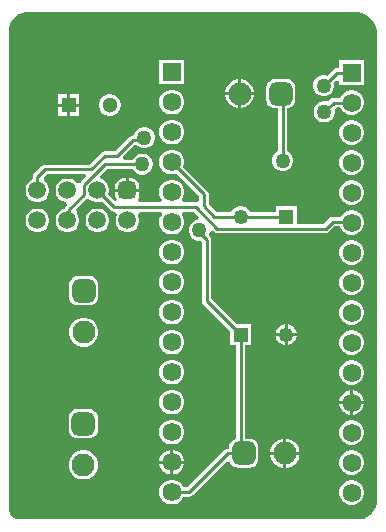
<source format=gtl>
G04*
G04 #@! TF.GenerationSoftware,Altium Limited,Altium Designer,25.5.2 (35)*
G04*
G04 Layer_Physical_Order=1*
G04 Layer_Color=255*
%FSLAX44Y44*%
%MOMM*%
G71*
G04*
G04 #@! TF.SameCoordinates,1DA6FF14-1162-4EBA-B803-9B090E078ADF*
G04*
G04*
G04 #@! TF.FilePolarity,Positive*
G04*
G01*
G75*
%ADD13C,0.2540*%
%ADD17C,1.2500*%
%ADD18R,1.2500X1.2500*%
%ADD19C,1.5900*%
%ADD20R,1.5900X1.5900*%
%ADD23C,1.3000*%
%ADD24R,1.3000X1.3000*%
%ADD26C,1.9500*%
G04:AMPARAMS|DCode=27|XSize=1.95mm|YSize=1.95mm|CornerRadius=0.4875mm|HoleSize=0mm|Usage=FLASHONLY|Rotation=180.000|XOffset=0mm|YOffset=0mm|HoleType=Round|Shape=RoundedRectangle|*
%AMROUNDEDRECTD27*
21,1,1.9500,0.9750,0,0,180.0*
21,1,0.9750,1.9500,0,0,180.0*
1,1,0.9750,-0.4875,0.4875*
1,1,0.9750,0.4875,0.4875*
1,1,0.9750,0.4875,-0.4875*
1,1,0.9750,-0.4875,-0.4875*
%
%ADD27ROUNDEDRECTD27*%
G04:AMPARAMS|DCode=28|XSize=1.95mm|YSize=1.95mm|CornerRadius=0.4875mm|HoleSize=0mm|Usage=FLASHONLY|Rotation=270.000|XOffset=0mm|YOffset=0mm|HoleType=Round|Shape=RoundedRectangle|*
%AMROUNDEDRECTD28*
21,1,1.9500,0.9750,0,0,270.0*
21,1,0.9750,1.9500,0,0,270.0*
1,1,0.9750,-0.4875,-0.4875*
1,1,0.9750,-0.4875,0.4875*
1,1,0.9750,0.4875,0.4875*
1,1,0.9750,0.4875,-0.4875*
%
%ADD28ROUNDEDRECTD28*%
G04:AMPARAMS|DCode=29|XSize=1.5mm|YSize=1.5mm|CornerRadius=0.375mm|HoleSize=0mm|Usage=FLASHONLY|Rotation=180.000|XOffset=0mm|YOffset=0mm|HoleType=Round|Shape=RoundedRectangle|*
%AMROUNDEDRECTD29*
21,1,1.5000,0.7500,0,0,180.0*
21,1,0.7500,1.5000,0,0,180.0*
1,1,0.7500,-0.3750,0.3750*
1,1,0.7500,0.3750,0.3750*
1,1,0.7500,0.3750,-0.3750*
1,1,0.7500,-0.3750,-0.3750*
%
%ADD29ROUNDEDRECTD29*%
%ADD30C,1.5000*%
%ADD31C,1.2700*%
G36*
X1473892Y980462D02*
X1473962Y980392D01*
X1474000Y980300D01*
Y980250D01*
X1475724D01*
X1479104Y979577D01*
X1482289Y978258D01*
X1485156Y976343D01*
X1487593Y973906D01*
X1489508Y971039D01*
X1490827Y967855D01*
X1491500Y964474D01*
Y962750D01*
Y566250D01*
Y564748D01*
X1490914Y561802D01*
X1489764Y559026D01*
X1488095Y556529D01*
X1485971Y554404D01*
X1483474Y552736D01*
X1480698Y551586D01*
X1477752Y551000D01*
X1187487D01*
X1185989Y551298D01*
X1184579Y551882D01*
X1183310Y552730D01*
X1182230Y553810D01*
X1181382Y555079D01*
X1180798Y556489D01*
X1180500Y557987D01*
Y558750D01*
Y965250D01*
Y966727D01*
X1181076Y969625D01*
X1182207Y972355D01*
X1183849Y974812D01*
X1185938Y976901D01*
X1188395Y978543D01*
X1191125Y979674D01*
X1194023Y980250D01*
X1195500D01*
Y980500D01*
X1473800D01*
X1473892Y980462D01*
D02*
G37*
%LPC*%
G36*
X1480990Y939740D02*
X1460010D01*
Y933135D01*
X1458250D01*
X1456763Y932839D01*
X1455503Y931997D01*
X1450070Y926564D01*
X1447920Y927140D01*
X1445580D01*
X1443319Y926534D01*
X1441291Y925364D01*
X1439636Y923709D01*
X1438466Y921681D01*
X1437860Y919420D01*
Y917080D01*
X1438466Y914819D01*
X1439636Y912791D01*
X1441291Y911136D01*
X1443319Y909966D01*
X1445580Y909360D01*
X1447920D01*
X1450181Y909966D01*
X1452209Y911136D01*
X1453864Y912791D01*
X1455034Y914819D01*
X1455640Y917080D01*
Y919420D01*
X1455275Y920781D01*
X1457470Y922976D01*
X1460010Y921924D01*
Y918760D01*
X1480990D01*
Y939740D01*
D02*
G37*
G36*
X1328740Y940140D02*
X1307760D01*
Y919160D01*
X1328740D01*
Y940140D01*
D02*
G37*
G36*
X1377118Y923790D02*
X1376770D01*
Y912770D01*
X1387790D01*
Y913118D01*
X1386953Y916244D01*
X1385334Y919046D01*
X1383046Y921335D01*
X1380244Y922952D01*
X1377118Y923790D01*
D02*
G37*
G36*
X1374230D02*
X1373882D01*
X1370756Y922952D01*
X1367954Y921335D01*
X1365666Y919046D01*
X1364048Y916244D01*
X1363210Y913118D01*
Y912770D01*
X1374230D01*
Y923790D01*
D02*
G37*
G36*
X1471881Y914340D02*
X1469119D01*
X1466451Y913625D01*
X1464059Y912244D01*
X1462106Y910291D01*
X1460725Y907899D01*
X1460681Y907735D01*
X1455100D01*
X1453613Y907439D01*
X1452353Y906597D01*
X1450176Y904420D01*
X1448420Y904890D01*
X1446080D01*
X1443819Y904284D01*
X1441791Y903114D01*
X1440136Y901459D01*
X1438966Y899431D01*
X1438360Y897170D01*
Y894830D01*
X1438966Y892569D01*
X1440136Y890541D01*
X1441791Y888886D01*
X1443819Y887716D01*
X1446080Y887110D01*
X1448420D01*
X1450681Y887716D01*
X1452709Y888886D01*
X1454364Y890541D01*
X1455534Y892569D01*
X1456140Y894830D01*
Y897170D01*
X1455992Y897722D01*
X1457830Y899965D01*
X1460681D01*
X1460725Y899801D01*
X1462106Y897409D01*
X1464059Y895456D01*
X1466451Y894075D01*
X1469119Y893360D01*
X1471881D01*
X1474549Y894075D01*
X1476941Y895456D01*
X1478894Y897409D01*
X1480275Y899801D01*
X1480990Y902469D01*
Y905231D01*
X1480275Y907899D01*
X1478894Y910291D01*
X1476941Y912244D01*
X1474549Y913625D01*
X1471881Y914340D01*
D02*
G37*
G36*
X1239790Y910790D02*
X1232020D01*
Y903020D01*
X1239790D01*
Y910790D01*
D02*
G37*
G36*
X1229480D02*
X1221710D01*
Y903020D01*
X1229480D01*
Y910790D01*
D02*
G37*
G36*
X1387790Y910230D02*
X1376770D01*
Y899210D01*
X1377118D01*
X1380244Y900048D01*
X1383046Y901666D01*
X1385334Y903954D01*
X1386953Y906756D01*
X1387790Y909882D01*
Y910230D01*
D02*
G37*
G36*
X1374230D02*
X1363210D01*
Y909882D01*
X1364048Y906756D01*
X1365666Y903954D01*
X1367954Y901666D01*
X1370756Y900048D01*
X1373882Y899210D01*
X1374230D01*
Y910230D01*
D02*
G37*
G36*
X1319631Y914740D02*
X1316869D01*
X1314201Y914025D01*
X1311809Y912644D01*
X1309856Y910691D01*
X1308475Y908299D01*
X1307760Y905631D01*
Y902869D01*
X1308475Y900201D01*
X1309856Y897809D01*
X1311809Y895856D01*
X1314201Y894475D01*
X1316869Y893760D01*
X1319631D01*
X1322299Y894475D01*
X1324691Y895856D01*
X1326644Y897809D01*
X1328025Y900201D01*
X1328740Y902869D01*
Y905631D01*
X1328025Y908299D01*
X1326644Y910691D01*
X1324691Y912644D01*
X1322299Y914025D01*
X1319631Y914740D01*
D02*
G37*
G36*
X1266940Y910790D02*
X1264560D01*
X1262261Y910174D01*
X1260199Y908984D01*
X1258516Y907301D01*
X1257326Y905239D01*
X1256710Y902940D01*
Y900560D01*
X1257326Y898261D01*
X1258516Y896199D01*
X1260199Y894516D01*
X1262261Y893326D01*
X1264560Y892710D01*
X1266940D01*
X1269239Y893326D01*
X1271301Y894516D01*
X1272984Y896199D01*
X1274174Y898261D01*
X1274790Y900560D01*
Y902940D01*
X1274174Y905239D01*
X1272984Y907301D01*
X1271301Y908984D01*
X1269239Y910174D01*
X1266940Y910790D01*
D02*
G37*
G36*
X1239790Y900480D02*
X1232020D01*
Y892710D01*
X1239790D01*
Y900480D01*
D02*
G37*
G36*
X1229480D02*
X1221710D01*
Y892710D01*
X1229480D01*
Y900480D01*
D02*
G37*
G36*
X1319631Y889340D02*
X1316869D01*
X1314201Y888625D01*
X1311809Y887244D01*
X1309856Y885291D01*
X1308475Y882899D01*
X1307760Y880231D01*
Y877469D01*
X1308475Y874801D01*
X1309856Y872409D01*
X1311809Y870456D01*
X1314201Y869075D01*
X1316869Y868360D01*
X1319631D01*
X1322299Y869075D01*
X1324691Y870456D01*
X1326644Y872409D01*
X1328025Y874801D01*
X1328740Y877469D01*
Y880231D01*
X1328025Y882899D01*
X1326644Y885291D01*
X1324691Y887244D01*
X1322299Y888625D01*
X1319631Y889340D01*
D02*
G37*
G36*
X1471881Y888940D02*
X1469119D01*
X1466451Y888225D01*
X1464059Y886844D01*
X1462106Y884891D01*
X1460725Y882499D01*
X1460010Y879831D01*
Y877069D01*
X1460725Y874401D01*
X1462106Y872009D01*
X1464059Y870056D01*
X1466451Y868675D01*
X1469119Y867960D01*
X1471881D01*
X1474549Y868675D01*
X1476941Y870056D01*
X1478894Y872009D01*
X1480275Y874401D01*
X1480990Y877069D01*
Y879831D01*
X1480275Y882499D01*
X1478894Y884891D01*
X1476941Y886844D01*
X1474549Y888225D01*
X1471881Y888940D01*
D02*
G37*
G36*
X1296170Y883140D02*
X1293830D01*
X1291569Y882534D01*
X1289541Y881364D01*
X1287886Y879709D01*
X1286716Y877681D01*
X1286316Y876191D01*
X1285556D01*
X1284069Y875895D01*
X1282809Y875053D01*
X1270391Y862635D01*
X1261250D01*
X1259763Y862339D01*
X1258503Y861497D01*
X1248391Y851385D01*
X1210750D01*
X1209263Y851089D01*
X1208003Y850247D01*
X1201653Y843897D01*
X1200811Y842637D01*
X1200515Y841150D01*
Y838800D01*
X1198235Y837484D01*
X1196366Y835615D01*
X1195044Y833325D01*
X1194360Y830772D01*
Y828128D01*
X1195044Y825575D01*
X1196366Y823285D01*
X1198235Y821416D01*
X1200525Y820094D01*
X1203078Y819410D01*
X1205722D01*
X1208275Y820094D01*
X1210565Y821416D01*
X1212434Y823285D01*
X1213756Y825575D01*
X1214440Y828128D01*
Y830772D01*
X1213756Y833325D01*
X1212434Y835615D01*
X1210565Y837484D01*
X1210092Y837757D01*
X1209675Y840931D01*
X1212359Y843615D01*
X1244558D01*
X1245530Y841269D01*
X1241143Y836882D01*
X1240549Y835992D01*
X1238780Y835679D01*
X1237730Y835718D01*
X1235965Y837484D01*
X1233675Y838806D01*
X1231122Y839490D01*
X1228478D01*
X1225925Y838806D01*
X1223635Y837484D01*
X1221766Y835615D01*
X1220444Y833325D01*
X1219760Y830772D01*
Y828128D01*
X1220444Y825575D01*
X1221766Y823285D01*
X1223635Y821416D01*
X1225925Y820094D01*
X1228357Y819443D01*
X1228621Y819007D01*
X1229376Y816870D01*
X1228635Y816129D01*
X1227793Y814869D01*
X1227591Y813852D01*
X1225925Y813406D01*
X1223635Y812084D01*
X1221766Y810215D01*
X1220444Y807925D01*
X1219760Y805372D01*
Y802728D01*
X1220444Y800175D01*
X1221766Y797885D01*
X1223635Y796016D01*
X1225925Y794694D01*
X1228478Y794010D01*
X1231122D01*
X1233675Y794694D01*
X1235965Y796016D01*
X1237834Y797885D01*
X1239156Y800175D01*
X1239840Y802728D01*
Y805372D01*
X1239156Y807925D01*
X1237834Y810215D01*
X1237567Y810481D01*
X1237487Y813993D01*
X1245273Y821780D01*
X1246826Y823015D01*
X1248731Y821720D01*
X1249035Y821416D01*
X1251325Y820094D01*
X1253878Y819410D01*
X1256522D01*
X1259065Y820091D01*
X1266543Y812613D01*
X1267803Y811771D01*
X1269290Y811475D01*
X1270361D01*
X1271827Y808935D01*
X1271244Y807925D01*
X1270560Y805372D01*
Y802728D01*
X1271244Y800175D01*
X1272566Y797885D01*
X1274435Y796016D01*
X1276725Y794694D01*
X1279278Y794010D01*
X1281922D01*
X1284475Y794694D01*
X1286765Y796016D01*
X1288634Y797885D01*
X1289956Y800175D01*
X1290640Y802728D01*
Y805372D01*
X1289956Y807925D01*
X1289373Y808935D01*
X1290839Y811475D01*
X1308648D01*
X1309590Y809617D01*
X1309766Y808935D01*
X1308475Y806699D01*
X1307760Y804031D01*
Y801269D01*
X1308475Y798601D01*
X1309856Y796209D01*
X1311809Y794256D01*
X1314201Y792875D01*
X1316869Y792160D01*
X1319631D01*
X1322299Y792875D01*
X1324691Y794256D01*
X1326644Y796209D01*
X1328025Y798601D01*
X1328740Y801269D01*
Y804031D01*
X1328025Y806699D01*
X1326734Y808935D01*
X1326910Y809617D01*
X1327852Y811475D01*
X1337051D01*
X1341346Y807180D01*
X1340330Y804640D01*
X1338069Y804034D01*
X1336041Y802864D01*
X1334386Y801209D01*
X1333216Y799181D01*
X1332610Y796920D01*
Y794580D01*
X1333216Y792319D01*
X1334386Y790291D01*
X1336041Y788636D01*
X1338069Y787466D01*
X1340330Y786860D01*
X1342670D01*
X1343865Y784678D01*
Y736000D01*
X1344161Y734513D01*
X1345003Y733253D01*
X1367710Y710546D01*
Y698460D01*
X1372615D01*
Y619155D01*
X1372189Y619099D01*
X1370385Y618352D01*
X1368837Y617163D01*
X1367648Y615615D01*
X1366901Y613811D01*
X1366646Y611875D01*
Y610635D01*
X1365750D01*
X1364263Y610339D01*
X1363003Y609497D01*
X1331441Y577935D01*
X1328069D01*
X1328025Y578099D01*
X1326644Y580491D01*
X1324691Y582444D01*
X1322299Y583825D01*
X1319631Y584540D01*
X1316869D01*
X1314201Y583825D01*
X1311809Y582444D01*
X1309856Y580491D01*
X1308475Y578099D01*
X1307760Y575431D01*
Y572669D01*
X1308475Y570001D01*
X1309856Y567609D01*
X1311809Y565656D01*
X1314201Y564275D01*
X1316869Y563560D01*
X1319631D01*
X1322299Y564275D01*
X1324691Y565656D01*
X1326644Y567609D01*
X1328025Y570001D01*
X1328069Y570165D01*
X1333050D01*
X1334537Y570461D01*
X1335797Y571303D01*
X1364379Y599885D01*
X1364915Y599950D01*
X1367303Y599217D01*
X1367648Y598386D01*
X1368837Y596837D01*
X1370385Y595648D01*
X1372189Y594901D01*
X1374125Y594646D01*
X1383875D01*
X1385811Y594901D01*
X1387614Y595648D01*
X1389163Y596837D01*
X1390352Y598386D01*
X1391099Y600189D01*
X1391354Y602125D01*
Y611875D01*
X1391099Y613811D01*
X1390352Y615615D01*
X1389163Y617163D01*
X1387614Y618352D01*
X1385811Y619099D01*
X1383875Y619354D01*
X1380385D01*
Y698460D01*
X1385290D01*
Y716040D01*
X1373204D01*
X1351635Y737609D01*
Y787632D01*
X1351339Y789118D01*
X1350497Y790378D01*
X1349335Y791540D01*
X1349784Y792319D01*
X1350390Y794580D01*
X1352930Y795596D01*
X1354083Y794443D01*
X1355343Y793601D01*
X1356830Y793305D01*
X1448440D01*
X1449927Y793601D01*
X1451187Y794443D01*
X1455859Y799115D01*
X1460480D01*
X1460725Y798201D01*
X1462106Y795809D01*
X1464059Y793856D01*
X1466451Y792475D01*
X1469119Y791760D01*
X1471881D01*
X1474549Y792475D01*
X1476941Y793856D01*
X1478894Y795809D01*
X1480275Y798201D01*
X1480990Y800869D01*
Y803631D01*
X1480275Y806299D01*
X1478894Y808691D01*
X1476941Y810644D01*
X1474549Y812025D01*
X1471881Y812740D01*
X1469119D01*
X1466451Y812025D01*
X1464059Y810644D01*
X1462106Y808691D01*
X1461063Y806885D01*
X1454250D01*
X1452763Y806589D01*
X1451503Y805747D01*
X1446831Y801075D01*
X1423790D01*
Y816040D01*
X1406210D01*
Y811135D01*
X1384407D01*
X1383534Y812647D01*
X1381897Y814284D01*
X1379893Y815441D01*
X1377657Y816040D01*
X1375343D01*
X1373107Y815441D01*
X1371103Y814284D01*
X1369466Y812647D01*
X1368593Y811135D01*
X1355859D01*
X1349335Y817659D01*
Y826250D01*
X1349039Y827737D01*
X1348197Y828997D01*
X1327940Y849254D01*
X1328025Y849401D01*
X1328740Y852069D01*
Y854831D01*
X1328025Y857499D01*
X1326644Y859891D01*
X1324691Y861844D01*
X1322299Y863225D01*
X1319631Y863940D01*
X1316869D01*
X1314201Y863225D01*
X1311809Y861844D01*
X1309856Y859891D01*
X1308475Y857499D01*
X1307760Y854831D01*
Y852069D01*
X1308475Y849401D01*
X1309856Y847009D01*
X1311809Y845056D01*
X1314201Y843675D01*
X1316869Y842960D01*
X1319631D01*
X1322299Y843675D01*
X1322446Y843760D01*
X1341565Y824641D01*
Y821056D01*
X1341287Y820642D01*
X1339025Y819172D01*
X1338660Y819245D01*
X1327872D01*
X1326946Y821028D01*
X1326745Y821785D01*
X1328025Y824001D01*
X1328740Y826669D01*
Y829431D01*
X1328025Y832099D01*
X1326644Y834491D01*
X1324691Y836444D01*
X1322299Y837825D01*
X1319631Y838540D01*
X1316869D01*
X1314201Y837825D01*
X1311809Y836444D01*
X1309856Y834491D01*
X1308475Y832099D01*
X1307760Y829431D01*
Y826669D01*
X1308475Y824001D01*
X1309754Y821785D01*
X1309554Y821028D01*
X1308628Y819245D01*
X1290424D01*
X1290073Y819682D01*
X1289299Y821785D01*
X1290275Y823246D01*
X1290763Y825700D01*
Y828180D01*
X1280600D01*
X1270437D01*
Y825700D01*
X1270925Y823246D01*
X1271801Y821935D01*
X1269828Y820316D01*
X1264559Y825585D01*
X1265240Y828128D01*
Y830772D01*
X1264556Y833325D01*
X1263234Y835615D01*
X1261365Y837484D01*
X1259075Y838806D01*
X1257949Y839108D01*
X1257190Y841941D01*
X1263114Y847865D01*
X1285228D01*
X1286136Y846291D01*
X1287791Y844636D01*
X1289819Y843466D01*
X1292080Y842860D01*
X1294420D01*
X1296681Y843466D01*
X1298709Y844636D01*
X1300364Y846291D01*
X1301534Y848319D01*
X1302140Y850580D01*
Y852920D01*
X1301534Y855181D01*
X1300364Y857209D01*
X1298709Y858864D01*
X1296681Y860034D01*
X1294420Y860640D01*
X1292080D01*
X1289819Y860034D01*
X1287791Y858864D01*
X1286136Y857209D01*
X1285228Y855635D01*
X1277971D01*
X1276918Y858175D01*
X1287165Y868421D01*
X1288256D01*
X1289541Y867136D01*
X1291569Y865966D01*
X1293830Y865360D01*
X1296170D01*
X1298431Y865966D01*
X1300459Y867136D01*
X1302114Y868791D01*
X1303284Y870819D01*
X1303890Y873080D01*
Y875420D01*
X1303284Y877681D01*
X1302114Y879709D01*
X1300459Y881364D01*
X1298431Y882534D01*
X1296170Y883140D01*
D02*
G37*
G36*
X1415375Y923854D02*
X1405625D01*
X1403689Y923599D01*
X1401886Y922852D01*
X1400337Y921663D01*
X1399148Y920115D01*
X1398401Y918311D01*
X1398146Y916375D01*
Y906625D01*
X1398401Y904689D01*
X1399148Y902886D01*
X1400337Y901337D01*
X1401886Y900148D01*
X1403689Y899401D01*
X1405625Y899146D01*
X1408115D01*
Y862773D01*
X1406541Y861864D01*
X1404886Y860209D01*
X1403716Y858181D01*
X1403110Y855920D01*
Y853580D01*
X1403716Y851319D01*
X1404886Y849291D01*
X1406541Y847636D01*
X1408569Y846466D01*
X1410830Y845860D01*
X1413170D01*
X1415431Y846466D01*
X1417459Y847636D01*
X1419114Y849291D01*
X1420284Y851319D01*
X1420890Y853580D01*
Y855920D01*
X1420284Y858181D01*
X1419114Y860209D01*
X1417459Y861864D01*
X1415885Y862773D01*
Y899213D01*
X1417311Y899401D01*
X1419115Y900148D01*
X1420663Y901337D01*
X1421852Y902886D01*
X1422599Y904689D01*
X1422854Y906625D01*
Y916375D01*
X1422599Y918311D01*
X1421852Y920115D01*
X1420663Y921663D01*
X1419115Y922852D01*
X1417311Y923599D01*
X1415375Y923854D01*
D02*
G37*
G36*
X1471881Y863540D02*
X1469119D01*
X1466451Y862825D01*
X1464059Y861444D01*
X1462106Y859491D01*
X1460725Y857099D01*
X1460010Y854431D01*
Y851669D01*
X1460725Y849001D01*
X1462106Y846609D01*
X1464059Y844656D01*
X1466451Y843275D01*
X1469119Y842560D01*
X1471881D01*
X1474549Y843275D01*
X1476941Y844656D01*
X1478894Y846609D01*
X1480275Y849001D01*
X1480990Y851669D01*
Y854431D01*
X1480275Y857099D01*
X1478894Y859491D01*
X1476941Y861444D01*
X1474549Y862825D01*
X1471881Y863540D01*
D02*
G37*
G36*
X1284350Y839613D02*
X1281870D01*
Y830720D01*
X1290763D01*
Y833200D01*
X1290275Y835654D01*
X1288885Y837735D01*
X1286804Y839125D01*
X1284350Y839613D01*
D02*
G37*
G36*
X1279330D02*
X1276850D01*
X1274396Y839125D01*
X1272315Y837735D01*
X1270925Y835654D01*
X1270437Y833200D01*
Y830720D01*
X1279330D01*
Y839613D01*
D02*
G37*
G36*
X1471881Y838140D02*
X1469119D01*
X1466451Y837425D01*
X1464059Y836044D01*
X1462106Y834091D01*
X1460725Y831699D01*
X1460010Y829031D01*
Y826269D01*
X1460725Y823601D01*
X1462106Y821209D01*
X1464059Y819256D01*
X1466451Y817875D01*
X1469119Y817160D01*
X1471881D01*
X1474549Y817875D01*
X1476941Y819256D01*
X1478894Y821209D01*
X1480275Y823601D01*
X1480990Y826269D01*
Y829031D01*
X1480275Y831699D01*
X1478894Y834091D01*
X1476941Y836044D01*
X1474549Y837425D01*
X1471881Y838140D01*
D02*
G37*
G36*
X1256522Y814090D02*
X1253878D01*
X1251325Y813406D01*
X1249035Y812084D01*
X1247166Y810215D01*
X1245844Y807925D01*
X1245160Y805372D01*
Y802728D01*
X1245844Y800175D01*
X1247166Y797885D01*
X1249035Y796016D01*
X1251325Y794694D01*
X1253878Y794010D01*
X1256522D01*
X1259075Y794694D01*
X1261365Y796016D01*
X1263234Y797885D01*
X1264556Y800175D01*
X1265240Y802728D01*
Y805372D01*
X1264556Y807925D01*
X1263234Y810215D01*
X1261365Y812084D01*
X1259075Y813406D01*
X1256522Y814090D01*
D02*
G37*
G36*
X1205722D02*
X1203078D01*
X1200525Y813406D01*
X1198235Y812084D01*
X1196366Y810215D01*
X1195044Y807925D01*
X1194360Y805372D01*
Y802728D01*
X1195044Y800175D01*
X1196366Y797885D01*
X1198235Y796016D01*
X1200525Y794694D01*
X1203078Y794010D01*
X1205722D01*
X1208275Y794694D01*
X1210565Y796016D01*
X1212434Y797885D01*
X1213756Y800175D01*
X1214440Y802728D01*
Y805372D01*
X1213756Y807925D01*
X1212434Y810215D01*
X1210565Y812084D01*
X1208275Y813406D01*
X1205722Y814090D01*
D02*
G37*
G36*
X1319631Y787740D02*
X1316869D01*
X1314201Y787025D01*
X1311809Y785644D01*
X1309856Y783691D01*
X1308475Y781299D01*
X1307760Y778631D01*
Y775869D01*
X1308475Y773201D01*
X1309856Y770809D01*
X1311809Y768856D01*
X1314201Y767475D01*
X1316869Y766760D01*
X1319631D01*
X1322299Y767475D01*
X1324691Y768856D01*
X1326644Y770809D01*
X1328025Y773201D01*
X1328740Y775869D01*
Y778631D01*
X1328025Y781299D01*
X1326644Y783691D01*
X1324691Y785644D01*
X1322299Y787025D01*
X1319631Y787740D01*
D02*
G37*
G36*
X1471881Y787340D02*
X1469119D01*
X1466451Y786625D01*
X1464059Y785244D01*
X1462106Y783291D01*
X1460725Y780899D01*
X1460010Y778231D01*
Y775469D01*
X1460725Y772801D01*
X1462106Y770409D01*
X1464059Y768456D01*
X1466451Y767075D01*
X1469119Y766360D01*
X1471881D01*
X1474549Y767075D01*
X1476941Y768456D01*
X1478894Y770409D01*
X1480275Y772801D01*
X1480990Y775469D01*
Y778231D01*
X1480275Y780899D01*
X1478894Y783291D01*
X1476941Y785244D01*
X1474549Y786625D01*
X1471881Y787340D01*
D02*
G37*
G36*
X1319631Y762340D02*
X1316869D01*
X1314201Y761625D01*
X1311809Y760244D01*
X1309856Y758291D01*
X1308475Y755899D01*
X1307760Y753231D01*
Y750469D01*
X1308475Y747801D01*
X1309856Y745409D01*
X1311809Y743456D01*
X1314201Y742075D01*
X1316869Y741360D01*
X1319631D01*
X1322299Y742075D01*
X1324691Y743456D01*
X1326644Y745409D01*
X1328025Y747801D01*
X1328740Y750469D01*
Y753231D01*
X1328025Y755899D01*
X1326644Y758291D01*
X1324691Y760244D01*
X1322299Y761625D01*
X1319631Y762340D01*
D02*
G37*
G36*
X1471881Y761940D02*
X1469119D01*
X1466451Y761225D01*
X1464059Y759844D01*
X1462106Y757891D01*
X1460725Y755499D01*
X1460010Y752831D01*
Y750069D01*
X1460725Y747401D01*
X1462106Y745009D01*
X1464059Y743056D01*
X1466451Y741675D01*
X1469119Y740960D01*
X1471881D01*
X1474549Y741675D01*
X1476941Y743056D01*
X1478894Y745009D01*
X1480275Y747401D01*
X1480990Y750069D01*
Y752831D01*
X1480275Y755499D01*
X1478894Y757891D01*
X1476941Y759844D01*
X1474549Y761225D01*
X1471881Y761940D01*
D02*
G37*
G36*
X1248375Y756854D02*
X1238625D01*
X1236689Y756599D01*
X1234885Y755852D01*
X1233337Y754663D01*
X1232148Y753114D01*
X1231401Y751311D01*
X1231146Y749375D01*
Y739625D01*
X1231401Y737689D01*
X1232148Y735885D01*
X1233337Y734337D01*
X1234885Y733148D01*
X1236689Y732401D01*
X1238625Y732146D01*
X1248375D01*
X1250311Y732401D01*
X1252114Y733148D01*
X1253663Y734337D01*
X1254852Y735885D01*
X1255599Y737689D01*
X1255854Y739625D01*
Y749375D01*
X1255599Y751311D01*
X1254852Y753114D01*
X1253663Y754663D01*
X1252114Y755852D01*
X1250311Y756599D01*
X1248375Y756854D01*
D02*
G37*
G36*
X1319631Y736940D02*
X1316869D01*
X1314201Y736225D01*
X1311809Y734844D01*
X1309856Y732891D01*
X1308475Y730499D01*
X1307760Y727831D01*
Y725069D01*
X1308475Y722401D01*
X1309856Y720009D01*
X1311809Y718056D01*
X1314201Y716675D01*
X1316869Y715960D01*
X1319631D01*
X1322299Y716675D01*
X1324691Y718056D01*
X1326644Y720009D01*
X1328025Y722401D01*
X1328740Y725069D01*
Y727831D01*
X1328025Y730499D01*
X1326644Y732891D01*
X1324691Y734844D01*
X1322299Y736225D01*
X1319631Y736940D01*
D02*
G37*
G36*
X1471881Y736540D02*
X1469119D01*
X1466451Y735825D01*
X1464059Y734444D01*
X1462106Y732491D01*
X1460725Y730099D01*
X1460010Y727431D01*
Y724669D01*
X1460725Y722001D01*
X1462106Y719609D01*
X1464059Y717656D01*
X1466451Y716275D01*
X1469119Y715560D01*
X1471881D01*
X1474549Y716275D01*
X1476941Y717656D01*
X1478894Y719609D01*
X1480275Y722001D01*
X1480990Y724669D01*
Y727431D01*
X1480275Y730099D01*
X1478894Y732491D01*
X1476941Y734444D01*
X1474549Y735825D01*
X1471881Y736540D01*
D02*
G37*
G36*
X1416270Y716010D02*
Y708520D01*
X1423760D01*
X1423191Y710643D01*
X1422034Y712647D01*
X1420397Y714284D01*
X1418393Y715441D01*
X1416270Y716010D01*
D02*
G37*
G36*
X1413730Y716010D02*
X1411607Y715441D01*
X1409603Y714284D01*
X1407966Y712647D01*
X1406809Y710643D01*
X1406240Y708520D01*
X1413730D01*
Y716010D01*
D02*
G37*
G36*
Y705980D02*
X1406240D01*
X1406809Y703857D01*
X1407966Y701853D01*
X1409603Y700216D01*
X1411607Y699059D01*
X1413730Y698490D01*
Y705980D01*
D02*
G37*
G36*
X1423760D02*
X1416270D01*
Y698490D01*
X1418393Y699059D01*
X1420397Y700216D01*
X1422034Y701853D01*
X1423191Y703857D01*
X1423760Y705980D01*
D02*
G37*
G36*
X1245118Y721790D02*
X1241882D01*
X1238756Y720953D01*
X1235954Y719334D01*
X1233666Y717046D01*
X1232048Y714244D01*
X1231210Y711118D01*
Y707882D01*
X1232048Y704756D01*
X1233666Y701954D01*
X1235954Y699666D01*
X1238756Y698047D01*
X1241882Y697210D01*
X1245118D01*
X1248244Y698047D01*
X1251046Y699666D01*
X1253335Y701954D01*
X1254952Y704756D01*
X1255790Y707882D01*
Y711118D01*
X1254952Y714244D01*
X1253335Y717046D01*
X1251046Y719334D01*
X1248244Y720953D01*
X1245118Y721790D01*
D02*
G37*
G36*
X1319631Y711540D02*
X1316869D01*
X1314201Y710825D01*
X1311809Y709444D01*
X1309856Y707491D01*
X1308475Y705099D01*
X1307760Y702431D01*
Y699669D01*
X1308475Y697001D01*
X1309856Y694609D01*
X1311809Y692656D01*
X1314201Y691275D01*
X1316869Y690560D01*
X1319631D01*
X1322299Y691275D01*
X1324691Y692656D01*
X1326644Y694609D01*
X1328025Y697001D01*
X1328740Y699669D01*
Y702431D01*
X1328025Y705099D01*
X1326644Y707491D01*
X1324691Y709444D01*
X1322299Y710825D01*
X1319631Y711540D01*
D02*
G37*
G36*
X1471881Y711140D02*
X1469119D01*
X1466451Y710425D01*
X1464059Y709044D01*
X1462106Y707091D01*
X1460725Y704699D01*
X1460010Y702031D01*
Y699269D01*
X1460725Y696601D01*
X1462106Y694209D01*
X1464059Y692256D01*
X1466451Y690875D01*
X1469119Y690160D01*
X1471881D01*
X1474549Y690875D01*
X1476941Y692256D01*
X1478894Y694209D01*
X1480275Y696601D01*
X1480990Y699269D01*
Y702031D01*
X1480275Y704699D01*
X1478894Y707091D01*
X1476941Y709044D01*
X1474549Y710425D01*
X1471881Y711140D01*
D02*
G37*
G36*
X1319631Y686140D02*
X1316869D01*
X1314201Y685425D01*
X1311809Y684044D01*
X1309856Y682091D01*
X1308475Y679699D01*
X1307760Y677031D01*
Y674269D01*
X1308475Y671601D01*
X1309856Y669209D01*
X1311809Y667256D01*
X1314201Y665875D01*
X1316869Y665160D01*
X1319631D01*
X1322299Y665875D01*
X1324691Y667256D01*
X1326644Y669209D01*
X1328025Y671601D01*
X1328740Y674269D01*
Y677031D01*
X1328025Y679699D01*
X1326644Y682091D01*
X1324691Y684044D01*
X1322299Y685425D01*
X1319631Y686140D01*
D02*
G37*
G36*
X1471881Y685740D02*
X1469119D01*
X1466451Y685025D01*
X1464059Y683644D01*
X1462106Y681691D01*
X1460725Y679299D01*
X1460010Y676631D01*
Y673869D01*
X1460725Y671201D01*
X1462106Y668809D01*
X1464059Y666856D01*
X1466451Y665475D01*
X1469119Y664760D01*
X1471881D01*
X1474549Y665475D01*
X1476941Y666856D01*
X1478894Y668809D01*
X1480275Y671201D01*
X1480990Y673869D01*
Y676631D01*
X1480275Y679299D01*
X1478894Y681691D01*
X1476941Y683644D01*
X1474549Y685025D01*
X1471881Y685740D01*
D02*
G37*
G36*
Y660340D02*
X1471770D01*
Y651120D01*
X1480990D01*
Y651231D01*
X1480275Y653899D01*
X1478894Y656291D01*
X1476941Y658244D01*
X1474549Y659625D01*
X1471881Y660340D01*
D02*
G37*
G36*
X1469230D02*
X1469119D01*
X1466451Y659625D01*
X1464059Y658244D01*
X1462106Y656291D01*
X1460725Y653899D01*
X1460010Y651231D01*
Y651120D01*
X1469230D01*
Y660340D01*
D02*
G37*
G36*
X1319631Y660740D02*
X1316869D01*
X1314201Y660025D01*
X1311809Y658644D01*
X1309856Y656691D01*
X1308475Y654299D01*
X1307760Y651631D01*
Y648869D01*
X1308475Y646201D01*
X1309856Y643809D01*
X1311809Y641856D01*
X1314201Y640475D01*
X1316869Y639760D01*
X1319631D01*
X1322299Y640475D01*
X1324691Y641856D01*
X1326644Y643809D01*
X1328025Y646201D01*
X1328740Y648869D01*
Y651631D01*
X1328025Y654299D01*
X1326644Y656691D01*
X1324691Y658644D01*
X1322299Y660025D01*
X1319631Y660740D01*
D02*
G37*
G36*
X1480990Y648580D02*
X1471770D01*
Y639360D01*
X1471881D01*
X1474549Y640075D01*
X1476941Y641456D01*
X1478894Y643409D01*
X1480275Y645801D01*
X1480990Y648469D01*
Y648580D01*
D02*
G37*
G36*
X1469230D02*
X1460010D01*
Y648469D01*
X1460725Y645801D01*
X1462106Y643409D01*
X1464059Y641456D01*
X1466451Y640075D01*
X1469119Y639360D01*
X1469230D01*
Y648580D01*
D02*
G37*
G36*
X1248125Y644354D02*
X1238375D01*
X1236439Y644099D01*
X1234635Y643352D01*
X1233087Y642163D01*
X1231898Y640614D01*
X1231151Y638811D01*
X1230896Y636875D01*
Y627125D01*
X1231151Y625189D01*
X1231898Y623386D01*
X1233087Y621837D01*
X1234635Y620648D01*
X1236439Y619901D01*
X1238375Y619646D01*
X1248125D01*
X1250061Y619901D01*
X1251864Y620648D01*
X1253413Y621837D01*
X1254602Y623386D01*
X1255349Y625189D01*
X1255604Y627125D01*
Y636875D01*
X1255349Y638811D01*
X1254602Y640614D01*
X1253413Y642163D01*
X1251864Y643352D01*
X1250061Y644099D01*
X1248125Y644354D01*
D02*
G37*
G36*
X1319631Y635340D02*
X1316869D01*
X1314201Y634625D01*
X1311809Y633244D01*
X1309856Y631291D01*
X1308475Y628899D01*
X1307760Y626231D01*
Y623469D01*
X1308475Y620801D01*
X1309856Y618409D01*
X1311809Y616456D01*
X1314201Y615075D01*
X1316869Y614360D01*
X1319631D01*
X1322299Y615075D01*
X1324691Y616456D01*
X1326644Y618409D01*
X1328025Y620801D01*
X1328740Y623469D01*
Y626231D01*
X1328025Y628899D01*
X1326644Y631291D01*
X1324691Y633244D01*
X1322299Y634625D01*
X1319631Y635340D01*
D02*
G37*
G36*
X1471881Y634940D02*
X1469119D01*
X1466451Y634225D01*
X1464059Y632844D01*
X1462106Y630891D01*
X1460725Y628499D01*
X1460010Y625831D01*
Y623069D01*
X1460725Y620401D01*
X1462106Y618009D01*
X1464059Y616056D01*
X1466451Y614675D01*
X1469119Y613960D01*
X1471881D01*
X1474549Y614675D01*
X1476941Y616056D01*
X1478894Y618009D01*
X1480275Y620401D01*
X1480990Y623069D01*
Y625831D01*
X1480275Y628499D01*
X1478894Y630891D01*
X1476941Y632844D01*
X1474549Y634225D01*
X1471881Y634940D01*
D02*
G37*
G36*
X1415618Y619290D02*
X1415270D01*
Y608270D01*
X1426290D01*
Y608618D01*
X1425452Y611744D01*
X1423834Y614546D01*
X1421546Y616834D01*
X1418744Y618452D01*
X1415618Y619290D01*
D02*
G37*
G36*
X1412730D02*
X1412382D01*
X1409256Y618452D01*
X1406454Y616834D01*
X1404165Y614546D01*
X1402547Y611744D01*
X1401710Y608618D01*
Y608270D01*
X1412730D01*
Y619290D01*
D02*
G37*
G36*
X1319631Y609940D02*
X1319520D01*
Y600720D01*
X1328740D01*
Y600831D01*
X1328025Y603499D01*
X1326644Y605891D01*
X1324691Y607844D01*
X1322299Y609225D01*
X1319631Y609940D01*
D02*
G37*
G36*
X1316980D02*
X1316869D01*
X1314201Y609225D01*
X1311809Y607844D01*
X1309856Y605891D01*
X1308475Y603499D01*
X1307760Y600831D01*
Y600720D01*
X1316980D01*
Y609940D01*
D02*
G37*
G36*
X1426290Y605730D02*
X1415270D01*
Y594710D01*
X1415618D01*
X1418744Y595548D01*
X1421546Y597166D01*
X1423834Y599454D01*
X1425452Y602256D01*
X1426290Y605382D01*
Y605730D01*
D02*
G37*
G36*
X1412730D02*
X1401710D01*
Y605382D01*
X1402547Y602256D01*
X1404165Y599454D01*
X1406454Y597166D01*
X1409256Y595548D01*
X1412382Y594710D01*
X1412730D01*
Y605730D01*
D02*
G37*
G36*
X1328740Y598180D02*
X1319520D01*
Y588960D01*
X1319631D01*
X1322299Y589675D01*
X1324691Y591056D01*
X1326644Y593009D01*
X1328025Y595401D01*
X1328740Y598069D01*
Y598180D01*
D02*
G37*
G36*
X1316980D02*
X1307760D01*
Y598069D01*
X1308475Y595401D01*
X1309856Y593009D01*
X1311809Y591056D01*
X1314201Y589675D01*
X1316869Y588960D01*
X1316980D01*
Y598180D01*
D02*
G37*
G36*
X1471881Y609540D02*
X1469119D01*
X1466451Y608825D01*
X1464059Y607444D01*
X1462106Y605491D01*
X1460725Y603099D01*
X1460010Y600431D01*
Y597669D01*
X1460725Y595001D01*
X1462106Y592609D01*
X1464059Y590656D01*
X1466451Y589275D01*
X1469119Y588560D01*
X1471881D01*
X1474549Y589275D01*
X1476941Y590656D01*
X1478894Y592609D01*
X1480275Y595001D01*
X1480990Y597669D01*
Y600431D01*
X1480275Y603099D01*
X1478894Y605491D01*
X1476941Y607444D01*
X1474549Y608825D01*
X1471881Y609540D01*
D02*
G37*
G36*
X1244868Y609290D02*
X1241632D01*
X1238506Y608452D01*
X1235704Y606834D01*
X1233416Y604546D01*
X1231797Y601744D01*
X1230960Y598618D01*
Y595382D01*
X1231797Y592256D01*
X1233416Y589454D01*
X1235704Y587166D01*
X1238506Y585547D01*
X1241632Y584710D01*
X1244868D01*
X1247994Y585547D01*
X1250796Y587166D01*
X1253084Y589454D01*
X1254702Y592256D01*
X1255540Y595382D01*
Y598618D01*
X1254702Y601744D01*
X1253084Y604546D01*
X1250796Y606834D01*
X1247994Y608452D01*
X1244868Y609290D01*
D02*
G37*
G36*
X1471881Y584140D02*
X1469119D01*
X1466451Y583425D01*
X1464059Y582044D01*
X1462106Y580091D01*
X1460725Y577699D01*
X1460010Y575031D01*
Y572269D01*
X1460725Y569601D01*
X1462106Y567209D01*
X1464059Y565256D01*
X1466451Y563875D01*
X1469119Y563160D01*
X1471881D01*
X1474549Y563875D01*
X1476941Y565256D01*
X1478894Y567209D01*
X1480275Y569601D01*
X1480990Y572269D01*
Y575031D01*
X1480275Y577699D01*
X1478894Y580091D01*
X1476941Y582044D01*
X1474549Y583425D01*
X1471881Y584140D01*
D02*
G37*
%LPD*%
D13*
X1243890Y825890D02*
Y834135D01*
X1231382Y813382D02*
X1243890Y825890D01*
X1229800Y804050D02*
X1231382Y805632D01*
Y813382D01*
X1204400Y829450D02*
Y841150D01*
X1210750Y847500D02*
X1250000D01*
X1204400Y841150D02*
X1210750Y847500D01*
X1285556Y872306D02*
X1291306D01*
X1261250Y858750D02*
X1272000D01*
X1285556Y872306D01*
X1293250Y874250D02*
X1295000D01*
X1291306Y872306D02*
X1293250Y874250D01*
X1250000Y847500D02*
X1261250Y858750D01*
X1261505Y851750D02*
X1293250D01*
X1243890Y834135D02*
X1261505Y851750D01*
X1376500Y807250D02*
X1415000D01*
X1345450Y816050D02*
X1354250Y807250D01*
X1376500D01*
X1318250Y853450D02*
X1345450Y826250D01*
Y816050D02*
Y826250D01*
X1376500Y609500D02*
X1379000Y607000D01*
X1376500Y609500D02*
Y707250D01*
X1365750Y606750D02*
X1378750D01*
X1333050Y574050D02*
X1365750Y606750D01*
X1338660Y815360D02*
X1356830Y797190D01*
X1448440D01*
X1410500Y911500D02*
X1412000Y910000D01*
Y854750D02*
Y910000D01*
X1341500Y793882D02*
X1347750Y787632D01*
Y736000D02*
Y787632D01*
X1341500Y793882D02*
Y795750D01*
X1269290Y815360D02*
X1338660D01*
X1347750Y736000D02*
X1376500Y707250D01*
X1378750Y606750D02*
X1379000Y607000D01*
X1318250Y574050D02*
X1333050D01*
X1458250Y929250D02*
X1470500D01*
X1447250Y918250D02*
X1458250Y929250D01*
X1446750Y918250D02*
X1447250D01*
X1455100Y903850D02*
X1470500D01*
X1447250Y896000D02*
X1455100Y903850D01*
X1448440Y797190D02*
X1454250Y803000D01*
X1469750D02*
X1470500Y802250D01*
X1454250Y803000D02*
X1469750D01*
X1255200Y829450D02*
X1269290Y815360D01*
D17*
X1415000Y707250D02*
D03*
X1376500Y807250D02*
D03*
D18*
X1415000D02*
D03*
X1376500Y707250D02*
D03*
D19*
X1470500Y573650D02*
D03*
Y599050D02*
D03*
Y624450D02*
D03*
Y649850D02*
D03*
Y675250D02*
D03*
Y700650D02*
D03*
Y726050D02*
D03*
Y751450D02*
D03*
Y776850D02*
D03*
Y802250D02*
D03*
Y827650D02*
D03*
Y853050D02*
D03*
Y878450D02*
D03*
Y903850D02*
D03*
X1318250Y574050D02*
D03*
Y599450D02*
D03*
Y624850D02*
D03*
Y650250D02*
D03*
Y675650D02*
D03*
Y701050D02*
D03*
Y726450D02*
D03*
Y751850D02*
D03*
Y777250D02*
D03*
Y802650D02*
D03*
Y828050D02*
D03*
Y853450D02*
D03*
Y878850D02*
D03*
Y904250D02*
D03*
D20*
X1470500Y929250D02*
D03*
X1318250Y929650D02*
D03*
D23*
X1265750Y901750D02*
D03*
D24*
X1230750D02*
D03*
D26*
X1375500Y911500D02*
D03*
X1414000Y607000D02*
D03*
X1243250Y597000D02*
D03*
X1243500Y709500D02*
D03*
D27*
X1410500Y911500D02*
D03*
X1379000Y607000D02*
D03*
D28*
X1243250Y632000D02*
D03*
X1243500Y744500D02*
D03*
D29*
X1280600Y829450D02*
D03*
D30*
Y804050D02*
D03*
X1255200Y829450D02*
D03*
Y804050D02*
D03*
X1229800Y829450D02*
D03*
X1204400D02*
D03*
X1229800Y804050D02*
D03*
X1204400D02*
D03*
D31*
X1293250Y851750D02*
D03*
X1412000Y854750D02*
D03*
X1341500Y795750D02*
D03*
X1446750Y918250D02*
D03*
X1295000Y874250D02*
D03*
X1447250Y896000D02*
D03*
M02*

</source>
